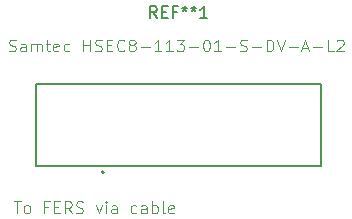
<source format=gbr>
%TF.GenerationSoftware,KiCad,Pcbnew,8.0.2-1*%
%TF.CreationDate,2024-06-17T16:24:44-04:00*%
%TF.ProjectId,InverterBoard,496e7665-7274-4657-9242-6f6172642e6b,rev?*%
%TF.SameCoordinates,Original*%
%TF.FileFunction,Legend,Top*%
%TF.FilePolarity,Positive*%
%FSLAX46Y46*%
G04 Gerber Fmt 4.6, Leading zero omitted, Abs format (unit mm)*
G04 Created by KiCad (PCBNEW 8.0.2-1) date 2024-06-17 16:24:44*
%MOMM*%
%LPD*%
G01*
G04 APERTURE LIST*
%ADD10C,0.100000*%
%ADD11C,0.150000*%
%ADD12C,0.200000*%
G04 APERTURE END LIST*
D10*
X116061027Y-76472419D02*
X116632455Y-76472419D01*
X116346741Y-77472419D02*
X116346741Y-76472419D01*
X117108646Y-77472419D02*
X117013408Y-77424800D01*
X117013408Y-77424800D02*
X116965789Y-77377180D01*
X116965789Y-77377180D02*
X116918170Y-77281942D01*
X116918170Y-77281942D02*
X116918170Y-76996228D01*
X116918170Y-76996228D02*
X116965789Y-76900990D01*
X116965789Y-76900990D02*
X117013408Y-76853371D01*
X117013408Y-76853371D02*
X117108646Y-76805752D01*
X117108646Y-76805752D02*
X117251503Y-76805752D01*
X117251503Y-76805752D02*
X117346741Y-76853371D01*
X117346741Y-76853371D02*
X117394360Y-76900990D01*
X117394360Y-76900990D02*
X117441979Y-76996228D01*
X117441979Y-76996228D02*
X117441979Y-77281942D01*
X117441979Y-77281942D02*
X117394360Y-77377180D01*
X117394360Y-77377180D02*
X117346741Y-77424800D01*
X117346741Y-77424800D02*
X117251503Y-77472419D01*
X117251503Y-77472419D02*
X117108646Y-77472419D01*
X118965789Y-76948609D02*
X118632456Y-76948609D01*
X118632456Y-77472419D02*
X118632456Y-76472419D01*
X118632456Y-76472419D02*
X119108646Y-76472419D01*
X119489599Y-76948609D02*
X119822932Y-76948609D01*
X119965789Y-77472419D02*
X119489599Y-77472419D01*
X119489599Y-77472419D02*
X119489599Y-76472419D01*
X119489599Y-76472419D02*
X119965789Y-76472419D01*
X120965789Y-77472419D02*
X120632456Y-76996228D01*
X120394361Y-77472419D02*
X120394361Y-76472419D01*
X120394361Y-76472419D02*
X120775313Y-76472419D01*
X120775313Y-76472419D02*
X120870551Y-76520038D01*
X120870551Y-76520038D02*
X120918170Y-76567657D01*
X120918170Y-76567657D02*
X120965789Y-76662895D01*
X120965789Y-76662895D02*
X120965789Y-76805752D01*
X120965789Y-76805752D02*
X120918170Y-76900990D01*
X120918170Y-76900990D02*
X120870551Y-76948609D01*
X120870551Y-76948609D02*
X120775313Y-76996228D01*
X120775313Y-76996228D02*
X120394361Y-76996228D01*
X121346742Y-77424800D02*
X121489599Y-77472419D01*
X121489599Y-77472419D02*
X121727694Y-77472419D01*
X121727694Y-77472419D02*
X121822932Y-77424800D01*
X121822932Y-77424800D02*
X121870551Y-77377180D01*
X121870551Y-77377180D02*
X121918170Y-77281942D01*
X121918170Y-77281942D02*
X121918170Y-77186704D01*
X121918170Y-77186704D02*
X121870551Y-77091466D01*
X121870551Y-77091466D02*
X121822932Y-77043847D01*
X121822932Y-77043847D02*
X121727694Y-76996228D01*
X121727694Y-76996228D02*
X121537218Y-76948609D01*
X121537218Y-76948609D02*
X121441980Y-76900990D01*
X121441980Y-76900990D02*
X121394361Y-76853371D01*
X121394361Y-76853371D02*
X121346742Y-76758133D01*
X121346742Y-76758133D02*
X121346742Y-76662895D01*
X121346742Y-76662895D02*
X121394361Y-76567657D01*
X121394361Y-76567657D02*
X121441980Y-76520038D01*
X121441980Y-76520038D02*
X121537218Y-76472419D01*
X121537218Y-76472419D02*
X121775313Y-76472419D01*
X121775313Y-76472419D02*
X121918170Y-76520038D01*
X123013409Y-76805752D02*
X123251504Y-77472419D01*
X123251504Y-77472419D02*
X123489599Y-76805752D01*
X123870552Y-77472419D02*
X123870552Y-76805752D01*
X123870552Y-76472419D02*
X123822933Y-76520038D01*
X123822933Y-76520038D02*
X123870552Y-76567657D01*
X123870552Y-76567657D02*
X123918171Y-76520038D01*
X123918171Y-76520038D02*
X123870552Y-76472419D01*
X123870552Y-76472419D02*
X123870552Y-76567657D01*
X124775313Y-77472419D02*
X124775313Y-76948609D01*
X124775313Y-76948609D02*
X124727694Y-76853371D01*
X124727694Y-76853371D02*
X124632456Y-76805752D01*
X124632456Y-76805752D02*
X124441980Y-76805752D01*
X124441980Y-76805752D02*
X124346742Y-76853371D01*
X124775313Y-77424800D02*
X124680075Y-77472419D01*
X124680075Y-77472419D02*
X124441980Y-77472419D01*
X124441980Y-77472419D02*
X124346742Y-77424800D01*
X124346742Y-77424800D02*
X124299123Y-77329561D01*
X124299123Y-77329561D02*
X124299123Y-77234323D01*
X124299123Y-77234323D02*
X124346742Y-77139085D01*
X124346742Y-77139085D02*
X124441980Y-77091466D01*
X124441980Y-77091466D02*
X124680075Y-77091466D01*
X124680075Y-77091466D02*
X124775313Y-77043847D01*
X126441980Y-77424800D02*
X126346742Y-77472419D01*
X126346742Y-77472419D02*
X126156266Y-77472419D01*
X126156266Y-77472419D02*
X126061028Y-77424800D01*
X126061028Y-77424800D02*
X126013409Y-77377180D01*
X126013409Y-77377180D02*
X125965790Y-77281942D01*
X125965790Y-77281942D02*
X125965790Y-76996228D01*
X125965790Y-76996228D02*
X126013409Y-76900990D01*
X126013409Y-76900990D02*
X126061028Y-76853371D01*
X126061028Y-76853371D02*
X126156266Y-76805752D01*
X126156266Y-76805752D02*
X126346742Y-76805752D01*
X126346742Y-76805752D02*
X126441980Y-76853371D01*
X127299123Y-77472419D02*
X127299123Y-76948609D01*
X127299123Y-76948609D02*
X127251504Y-76853371D01*
X127251504Y-76853371D02*
X127156266Y-76805752D01*
X127156266Y-76805752D02*
X126965790Y-76805752D01*
X126965790Y-76805752D02*
X126870552Y-76853371D01*
X127299123Y-77424800D02*
X127203885Y-77472419D01*
X127203885Y-77472419D02*
X126965790Y-77472419D01*
X126965790Y-77472419D02*
X126870552Y-77424800D01*
X126870552Y-77424800D02*
X126822933Y-77329561D01*
X126822933Y-77329561D02*
X126822933Y-77234323D01*
X126822933Y-77234323D02*
X126870552Y-77139085D01*
X126870552Y-77139085D02*
X126965790Y-77091466D01*
X126965790Y-77091466D02*
X127203885Y-77091466D01*
X127203885Y-77091466D02*
X127299123Y-77043847D01*
X127775314Y-77472419D02*
X127775314Y-76472419D01*
X127775314Y-76853371D02*
X127870552Y-76805752D01*
X127870552Y-76805752D02*
X128061028Y-76805752D01*
X128061028Y-76805752D02*
X128156266Y-76853371D01*
X128156266Y-76853371D02*
X128203885Y-76900990D01*
X128203885Y-76900990D02*
X128251504Y-76996228D01*
X128251504Y-76996228D02*
X128251504Y-77281942D01*
X128251504Y-77281942D02*
X128203885Y-77377180D01*
X128203885Y-77377180D02*
X128156266Y-77424800D01*
X128156266Y-77424800D02*
X128061028Y-77472419D01*
X128061028Y-77472419D02*
X127870552Y-77472419D01*
X127870552Y-77472419D02*
X127775314Y-77424800D01*
X128822933Y-77472419D02*
X128727695Y-77424800D01*
X128727695Y-77424800D02*
X128680076Y-77329561D01*
X128680076Y-77329561D02*
X128680076Y-76472419D01*
X129584838Y-77424800D02*
X129489600Y-77472419D01*
X129489600Y-77472419D02*
X129299124Y-77472419D01*
X129299124Y-77472419D02*
X129203886Y-77424800D01*
X129203886Y-77424800D02*
X129156267Y-77329561D01*
X129156267Y-77329561D02*
X129156267Y-76948609D01*
X129156267Y-76948609D02*
X129203886Y-76853371D01*
X129203886Y-76853371D02*
X129299124Y-76805752D01*
X129299124Y-76805752D02*
X129489600Y-76805752D01*
X129489600Y-76805752D02*
X129584838Y-76853371D01*
X129584838Y-76853371D02*
X129632457Y-76948609D01*
X129632457Y-76948609D02*
X129632457Y-77043847D01*
X129632457Y-77043847D02*
X129156267Y-77139085D01*
X115656265Y-63724800D02*
X115799122Y-63772419D01*
X115799122Y-63772419D02*
X116037217Y-63772419D01*
X116037217Y-63772419D02*
X116132455Y-63724800D01*
X116132455Y-63724800D02*
X116180074Y-63677180D01*
X116180074Y-63677180D02*
X116227693Y-63581942D01*
X116227693Y-63581942D02*
X116227693Y-63486704D01*
X116227693Y-63486704D02*
X116180074Y-63391466D01*
X116180074Y-63391466D02*
X116132455Y-63343847D01*
X116132455Y-63343847D02*
X116037217Y-63296228D01*
X116037217Y-63296228D02*
X115846741Y-63248609D01*
X115846741Y-63248609D02*
X115751503Y-63200990D01*
X115751503Y-63200990D02*
X115703884Y-63153371D01*
X115703884Y-63153371D02*
X115656265Y-63058133D01*
X115656265Y-63058133D02*
X115656265Y-62962895D01*
X115656265Y-62962895D02*
X115703884Y-62867657D01*
X115703884Y-62867657D02*
X115751503Y-62820038D01*
X115751503Y-62820038D02*
X115846741Y-62772419D01*
X115846741Y-62772419D02*
X116084836Y-62772419D01*
X116084836Y-62772419D02*
X116227693Y-62820038D01*
X117084836Y-63772419D02*
X117084836Y-63248609D01*
X117084836Y-63248609D02*
X117037217Y-63153371D01*
X117037217Y-63153371D02*
X116941979Y-63105752D01*
X116941979Y-63105752D02*
X116751503Y-63105752D01*
X116751503Y-63105752D02*
X116656265Y-63153371D01*
X117084836Y-63724800D02*
X116989598Y-63772419D01*
X116989598Y-63772419D02*
X116751503Y-63772419D01*
X116751503Y-63772419D02*
X116656265Y-63724800D01*
X116656265Y-63724800D02*
X116608646Y-63629561D01*
X116608646Y-63629561D02*
X116608646Y-63534323D01*
X116608646Y-63534323D02*
X116656265Y-63439085D01*
X116656265Y-63439085D02*
X116751503Y-63391466D01*
X116751503Y-63391466D02*
X116989598Y-63391466D01*
X116989598Y-63391466D02*
X117084836Y-63343847D01*
X117561027Y-63772419D02*
X117561027Y-63105752D01*
X117561027Y-63200990D02*
X117608646Y-63153371D01*
X117608646Y-63153371D02*
X117703884Y-63105752D01*
X117703884Y-63105752D02*
X117846741Y-63105752D01*
X117846741Y-63105752D02*
X117941979Y-63153371D01*
X117941979Y-63153371D02*
X117989598Y-63248609D01*
X117989598Y-63248609D02*
X117989598Y-63772419D01*
X117989598Y-63248609D02*
X118037217Y-63153371D01*
X118037217Y-63153371D02*
X118132455Y-63105752D01*
X118132455Y-63105752D02*
X118275312Y-63105752D01*
X118275312Y-63105752D02*
X118370551Y-63153371D01*
X118370551Y-63153371D02*
X118418170Y-63248609D01*
X118418170Y-63248609D02*
X118418170Y-63772419D01*
X118751503Y-63105752D02*
X119132455Y-63105752D01*
X118894360Y-62772419D02*
X118894360Y-63629561D01*
X118894360Y-63629561D02*
X118941979Y-63724800D01*
X118941979Y-63724800D02*
X119037217Y-63772419D01*
X119037217Y-63772419D02*
X119132455Y-63772419D01*
X119846741Y-63724800D02*
X119751503Y-63772419D01*
X119751503Y-63772419D02*
X119561027Y-63772419D01*
X119561027Y-63772419D02*
X119465789Y-63724800D01*
X119465789Y-63724800D02*
X119418170Y-63629561D01*
X119418170Y-63629561D02*
X119418170Y-63248609D01*
X119418170Y-63248609D02*
X119465789Y-63153371D01*
X119465789Y-63153371D02*
X119561027Y-63105752D01*
X119561027Y-63105752D02*
X119751503Y-63105752D01*
X119751503Y-63105752D02*
X119846741Y-63153371D01*
X119846741Y-63153371D02*
X119894360Y-63248609D01*
X119894360Y-63248609D02*
X119894360Y-63343847D01*
X119894360Y-63343847D02*
X119418170Y-63439085D01*
X120751503Y-63724800D02*
X120656265Y-63772419D01*
X120656265Y-63772419D02*
X120465789Y-63772419D01*
X120465789Y-63772419D02*
X120370551Y-63724800D01*
X120370551Y-63724800D02*
X120322932Y-63677180D01*
X120322932Y-63677180D02*
X120275313Y-63581942D01*
X120275313Y-63581942D02*
X120275313Y-63296228D01*
X120275313Y-63296228D02*
X120322932Y-63200990D01*
X120322932Y-63200990D02*
X120370551Y-63153371D01*
X120370551Y-63153371D02*
X120465789Y-63105752D01*
X120465789Y-63105752D02*
X120656265Y-63105752D01*
X120656265Y-63105752D02*
X120751503Y-63153371D01*
X121941980Y-63772419D02*
X121941980Y-62772419D01*
X121941980Y-63248609D02*
X122513408Y-63248609D01*
X122513408Y-63772419D02*
X122513408Y-62772419D01*
X122941980Y-63724800D02*
X123084837Y-63772419D01*
X123084837Y-63772419D02*
X123322932Y-63772419D01*
X123322932Y-63772419D02*
X123418170Y-63724800D01*
X123418170Y-63724800D02*
X123465789Y-63677180D01*
X123465789Y-63677180D02*
X123513408Y-63581942D01*
X123513408Y-63581942D02*
X123513408Y-63486704D01*
X123513408Y-63486704D02*
X123465789Y-63391466D01*
X123465789Y-63391466D02*
X123418170Y-63343847D01*
X123418170Y-63343847D02*
X123322932Y-63296228D01*
X123322932Y-63296228D02*
X123132456Y-63248609D01*
X123132456Y-63248609D02*
X123037218Y-63200990D01*
X123037218Y-63200990D02*
X122989599Y-63153371D01*
X122989599Y-63153371D02*
X122941980Y-63058133D01*
X122941980Y-63058133D02*
X122941980Y-62962895D01*
X122941980Y-62962895D02*
X122989599Y-62867657D01*
X122989599Y-62867657D02*
X123037218Y-62820038D01*
X123037218Y-62820038D02*
X123132456Y-62772419D01*
X123132456Y-62772419D02*
X123370551Y-62772419D01*
X123370551Y-62772419D02*
X123513408Y-62820038D01*
X123941980Y-63248609D02*
X124275313Y-63248609D01*
X124418170Y-63772419D02*
X123941980Y-63772419D01*
X123941980Y-63772419D02*
X123941980Y-62772419D01*
X123941980Y-62772419D02*
X124418170Y-62772419D01*
X125418170Y-63677180D02*
X125370551Y-63724800D01*
X125370551Y-63724800D02*
X125227694Y-63772419D01*
X125227694Y-63772419D02*
X125132456Y-63772419D01*
X125132456Y-63772419D02*
X124989599Y-63724800D01*
X124989599Y-63724800D02*
X124894361Y-63629561D01*
X124894361Y-63629561D02*
X124846742Y-63534323D01*
X124846742Y-63534323D02*
X124799123Y-63343847D01*
X124799123Y-63343847D02*
X124799123Y-63200990D01*
X124799123Y-63200990D02*
X124846742Y-63010514D01*
X124846742Y-63010514D02*
X124894361Y-62915276D01*
X124894361Y-62915276D02*
X124989599Y-62820038D01*
X124989599Y-62820038D02*
X125132456Y-62772419D01*
X125132456Y-62772419D02*
X125227694Y-62772419D01*
X125227694Y-62772419D02*
X125370551Y-62820038D01*
X125370551Y-62820038D02*
X125418170Y-62867657D01*
X125989599Y-63200990D02*
X125894361Y-63153371D01*
X125894361Y-63153371D02*
X125846742Y-63105752D01*
X125846742Y-63105752D02*
X125799123Y-63010514D01*
X125799123Y-63010514D02*
X125799123Y-62962895D01*
X125799123Y-62962895D02*
X125846742Y-62867657D01*
X125846742Y-62867657D02*
X125894361Y-62820038D01*
X125894361Y-62820038D02*
X125989599Y-62772419D01*
X125989599Y-62772419D02*
X126180075Y-62772419D01*
X126180075Y-62772419D02*
X126275313Y-62820038D01*
X126275313Y-62820038D02*
X126322932Y-62867657D01*
X126322932Y-62867657D02*
X126370551Y-62962895D01*
X126370551Y-62962895D02*
X126370551Y-63010514D01*
X126370551Y-63010514D02*
X126322932Y-63105752D01*
X126322932Y-63105752D02*
X126275313Y-63153371D01*
X126275313Y-63153371D02*
X126180075Y-63200990D01*
X126180075Y-63200990D02*
X125989599Y-63200990D01*
X125989599Y-63200990D02*
X125894361Y-63248609D01*
X125894361Y-63248609D02*
X125846742Y-63296228D01*
X125846742Y-63296228D02*
X125799123Y-63391466D01*
X125799123Y-63391466D02*
X125799123Y-63581942D01*
X125799123Y-63581942D02*
X125846742Y-63677180D01*
X125846742Y-63677180D02*
X125894361Y-63724800D01*
X125894361Y-63724800D02*
X125989599Y-63772419D01*
X125989599Y-63772419D02*
X126180075Y-63772419D01*
X126180075Y-63772419D02*
X126275313Y-63724800D01*
X126275313Y-63724800D02*
X126322932Y-63677180D01*
X126322932Y-63677180D02*
X126370551Y-63581942D01*
X126370551Y-63581942D02*
X126370551Y-63391466D01*
X126370551Y-63391466D02*
X126322932Y-63296228D01*
X126322932Y-63296228D02*
X126275313Y-63248609D01*
X126275313Y-63248609D02*
X126180075Y-63200990D01*
X126799123Y-63391466D02*
X127561028Y-63391466D01*
X128561027Y-63772419D02*
X127989599Y-63772419D01*
X128275313Y-63772419D02*
X128275313Y-62772419D01*
X128275313Y-62772419D02*
X128180075Y-62915276D01*
X128180075Y-62915276D02*
X128084837Y-63010514D01*
X128084837Y-63010514D02*
X127989599Y-63058133D01*
X129513408Y-63772419D02*
X128941980Y-63772419D01*
X129227694Y-63772419D02*
X129227694Y-62772419D01*
X129227694Y-62772419D02*
X129132456Y-62915276D01*
X129132456Y-62915276D02*
X129037218Y-63010514D01*
X129037218Y-63010514D02*
X128941980Y-63058133D01*
X129846742Y-62772419D02*
X130465789Y-62772419D01*
X130465789Y-62772419D02*
X130132456Y-63153371D01*
X130132456Y-63153371D02*
X130275313Y-63153371D01*
X130275313Y-63153371D02*
X130370551Y-63200990D01*
X130370551Y-63200990D02*
X130418170Y-63248609D01*
X130418170Y-63248609D02*
X130465789Y-63343847D01*
X130465789Y-63343847D02*
X130465789Y-63581942D01*
X130465789Y-63581942D02*
X130418170Y-63677180D01*
X130418170Y-63677180D02*
X130370551Y-63724800D01*
X130370551Y-63724800D02*
X130275313Y-63772419D01*
X130275313Y-63772419D02*
X129989599Y-63772419D01*
X129989599Y-63772419D02*
X129894361Y-63724800D01*
X129894361Y-63724800D02*
X129846742Y-63677180D01*
X130894361Y-63391466D02*
X131656266Y-63391466D01*
X132322932Y-62772419D02*
X132418170Y-62772419D01*
X132418170Y-62772419D02*
X132513408Y-62820038D01*
X132513408Y-62820038D02*
X132561027Y-62867657D01*
X132561027Y-62867657D02*
X132608646Y-62962895D01*
X132608646Y-62962895D02*
X132656265Y-63153371D01*
X132656265Y-63153371D02*
X132656265Y-63391466D01*
X132656265Y-63391466D02*
X132608646Y-63581942D01*
X132608646Y-63581942D02*
X132561027Y-63677180D01*
X132561027Y-63677180D02*
X132513408Y-63724800D01*
X132513408Y-63724800D02*
X132418170Y-63772419D01*
X132418170Y-63772419D02*
X132322932Y-63772419D01*
X132322932Y-63772419D02*
X132227694Y-63724800D01*
X132227694Y-63724800D02*
X132180075Y-63677180D01*
X132180075Y-63677180D02*
X132132456Y-63581942D01*
X132132456Y-63581942D02*
X132084837Y-63391466D01*
X132084837Y-63391466D02*
X132084837Y-63153371D01*
X132084837Y-63153371D02*
X132132456Y-62962895D01*
X132132456Y-62962895D02*
X132180075Y-62867657D01*
X132180075Y-62867657D02*
X132227694Y-62820038D01*
X132227694Y-62820038D02*
X132322932Y-62772419D01*
X133608646Y-63772419D02*
X133037218Y-63772419D01*
X133322932Y-63772419D02*
X133322932Y-62772419D01*
X133322932Y-62772419D02*
X133227694Y-62915276D01*
X133227694Y-62915276D02*
X133132456Y-63010514D01*
X133132456Y-63010514D02*
X133037218Y-63058133D01*
X134037218Y-63391466D02*
X134799123Y-63391466D01*
X135227694Y-63724800D02*
X135370551Y-63772419D01*
X135370551Y-63772419D02*
X135608646Y-63772419D01*
X135608646Y-63772419D02*
X135703884Y-63724800D01*
X135703884Y-63724800D02*
X135751503Y-63677180D01*
X135751503Y-63677180D02*
X135799122Y-63581942D01*
X135799122Y-63581942D02*
X135799122Y-63486704D01*
X135799122Y-63486704D02*
X135751503Y-63391466D01*
X135751503Y-63391466D02*
X135703884Y-63343847D01*
X135703884Y-63343847D02*
X135608646Y-63296228D01*
X135608646Y-63296228D02*
X135418170Y-63248609D01*
X135418170Y-63248609D02*
X135322932Y-63200990D01*
X135322932Y-63200990D02*
X135275313Y-63153371D01*
X135275313Y-63153371D02*
X135227694Y-63058133D01*
X135227694Y-63058133D02*
X135227694Y-62962895D01*
X135227694Y-62962895D02*
X135275313Y-62867657D01*
X135275313Y-62867657D02*
X135322932Y-62820038D01*
X135322932Y-62820038D02*
X135418170Y-62772419D01*
X135418170Y-62772419D02*
X135656265Y-62772419D01*
X135656265Y-62772419D02*
X135799122Y-62820038D01*
X136227694Y-63391466D02*
X136989599Y-63391466D01*
X137465789Y-63772419D02*
X137465789Y-62772419D01*
X137465789Y-62772419D02*
X137703884Y-62772419D01*
X137703884Y-62772419D02*
X137846741Y-62820038D01*
X137846741Y-62820038D02*
X137941979Y-62915276D01*
X137941979Y-62915276D02*
X137989598Y-63010514D01*
X137989598Y-63010514D02*
X138037217Y-63200990D01*
X138037217Y-63200990D02*
X138037217Y-63343847D01*
X138037217Y-63343847D02*
X137989598Y-63534323D01*
X137989598Y-63534323D02*
X137941979Y-63629561D01*
X137941979Y-63629561D02*
X137846741Y-63724800D01*
X137846741Y-63724800D02*
X137703884Y-63772419D01*
X137703884Y-63772419D02*
X137465789Y-63772419D01*
X138322932Y-62772419D02*
X138656265Y-63772419D01*
X138656265Y-63772419D02*
X138989598Y-62772419D01*
X139322932Y-63391466D02*
X140084837Y-63391466D01*
X140513408Y-63486704D02*
X140989598Y-63486704D01*
X140418170Y-63772419D02*
X140751503Y-62772419D01*
X140751503Y-62772419D02*
X141084836Y-63772419D01*
X141418170Y-63391466D02*
X142180075Y-63391466D01*
X143132455Y-63772419D02*
X142656265Y-63772419D01*
X142656265Y-63772419D02*
X142656265Y-62772419D01*
X143418170Y-62867657D02*
X143465789Y-62820038D01*
X143465789Y-62820038D02*
X143561027Y-62772419D01*
X143561027Y-62772419D02*
X143799122Y-62772419D01*
X143799122Y-62772419D02*
X143894360Y-62820038D01*
X143894360Y-62820038D02*
X143941979Y-62867657D01*
X143941979Y-62867657D02*
X143989598Y-62962895D01*
X143989598Y-62962895D02*
X143989598Y-63058133D01*
X143989598Y-63058133D02*
X143941979Y-63200990D01*
X143941979Y-63200990D02*
X143370551Y-63772419D01*
X143370551Y-63772419D02*
X143989598Y-63772419D01*
D11*
X128190475Y-60954819D02*
X127857142Y-60478628D01*
X127619047Y-60954819D02*
X127619047Y-59954819D01*
X127619047Y-59954819D02*
X127999999Y-59954819D01*
X127999999Y-59954819D02*
X128095237Y-60002438D01*
X128095237Y-60002438D02*
X128142856Y-60050057D01*
X128142856Y-60050057D02*
X128190475Y-60145295D01*
X128190475Y-60145295D02*
X128190475Y-60288152D01*
X128190475Y-60288152D02*
X128142856Y-60383390D01*
X128142856Y-60383390D02*
X128095237Y-60431009D01*
X128095237Y-60431009D02*
X127999999Y-60478628D01*
X127999999Y-60478628D02*
X127619047Y-60478628D01*
X128619047Y-60431009D02*
X128952380Y-60431009D01*
X129095237Y-60954819D02*
X128619047Y-60954819D01*
X128619047Y-60954819D02*
X128619047Y-59954819D01*
X128619047Y-59954819D02*
X129095237Y-59954819D01*
X129857142Y-60431009D02*
X129523809Y-60431009D01*
X129523809Y-60954819D02*
X129523809Y-59954819D01*
X129523809Y-59954819D02*
X129999999Y-59954819D01*
X130523809Y-59954819D02*
X130523809Y-60192914D01*
X130285714Y-60097676D02*
X130523809Y-60192914D01*
X130523809Y-60192914D02*
X130761904Y-60097676D01*
X130380952Y-60383390D02*
X130523809Y-60192914D01*
X130523809Y-60192914D02*
X130666666Y-60383390D01*
X131285714Y-59954819D02*
X131285714Y-60192914D01*
X131047619Y-60097676D02*
X131285714Y-60192914D01*
X131285714Y-60192914D02*
X131523809Y-60097676D01*
X131142857Y-60383390D02*
X131285714Y-60192914D01*
X131285714Y-60192914D02*
X131428571Y-60383390D01*
X132428571Y-60954819D02*
X131857143Y-60954819D01*
X132142857Y-60954819D02*
X132142857Y-59954819D01*
X132142857Y-59954819D02*
X132047619Y-60097676D01*
X132047619Y-60097676D02*
X131952381Y-60192914D01*
X131952381Y-60192914D02*
X131857143Y-60240533D01*
D12*
%TO.C,REF\u002A\u002A1*%
X117965000Y-66500000D02*
X142035000Y-66500000D01*
X117965000Y-73500000D02*
X117965000Y-66500000D01*
X142035000Y-66500000D02*
X142035000Y-73500000D01*
X142035000Y-73500000D02*
X117965000Y-73500000D01*
X123700000Y-74000000D02*
G75*
G02*
X123500000Y-74000000I-100000J0D01*
G01*
X123500000Y-74000000D02*
G75*
G02*
X123700000Y-74000000I100000J0D01*
G01*
%TD*%
M02*

</source>
